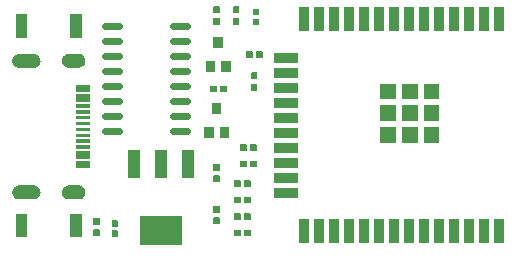
<source format=gtp>
G04 Layer: TopPasteMaskLayer*
G04 EasyEDA v6.5.3, 2022-05-09 22:00:40*
G04 d9374f8db1c04431a46586793fd7dc8a,036ae6e9a2b24cebb23d0048bde98d7c,10*
G04 Gerber Generator version 0.2*
G04 Scale: 100 percent, Rotated: No, Reflected: No *
G04 Dimensions in millimeters *
G04 leading zeros omitted , absolute positions ,4 integer and 5 decimal *
%FSLAX45Y45*%
%MOMM*%

%ADD12C,0.5600*%
%ADD20R,0.9800X2.4700*%
%ADD22R,0.9500X2.1000*%
%ADD23R,2.1000X0.9500*%

%LPD*%
G36*
X4498695Y4345178D02*
G01*
X4493717Y4340199D01*
X4493717Y4292193D01*
X4498695Y4285183D01*
X4543704Y4285183D01*
X4548682Y4292193D01*
X4548682Y4340199D01*
X4543704Y4345178D01*
G37*
G36*
X4498695Y4249216D02*
G01*
X4493717Y4242206D01*
X4493717Y4194200D01*
X4498695Y4189222D01*
X4543704Y4189222D01*
X4548682Y4194200D01*
X4548682Y4242206D01*
X4543704Y4249216D01*
G37*
G36*
X4816195Y5475478D02*
G01*
X4811217Y5470499D01*
X4811217Y5422493D01*
X4816195Y5415483D01*
X4861204Y5415483D01*
X4866182Y5422493D01*
X4866182Y5470499D01*
X4861204Y5475478D01*
G37*
G36*
X4816195Y5379516D02*
G01*
X4811217Y5372506D01*
X4811217Y5324500D01*
X4816195Y5319522D01*
X4861204Y5319522D01*
X4866182Y5324500D01*
X4866182Y5372506D01*
X4861204Y5379516D01*
G37*
G36*
X4663795Y5938316D02*
G01*
X4658817Y5931306D01*
X4658817Y5883300D01*
X4663795Y5878322D01*
X4708804Y5878322D01*
X4713782Y5883300D01*
X4713782Y5931306D01*
X4708804Y5938316D01*
G37*
G36*
X4663795Y6034278D02*
G01*
X4658817Y6029299D01*
X4658817Y5981293D01*
X4663795Y5974283D01*
X4708804Y5974283D01*
X4713782Y5981293D01*
X4713782Y6029299D01*
X4708804Y6034278D01*
G37*
G36*
X4498695Y6034278D02*
G01*
X4493717Y6029299D01*
X4493717Y5981293D01*
X4498695Y5974283D01*
X4543704Y5974283D01*
X4548682Y5981293D01*
X4548682Y6029299D01*
X4543704Y6034278D01*
G37*
G36*
X4498695Y5938316D02*
G01*
X4493717Y5931306D01*
X4493717Y5883300D01*
X4498695Y5878322D01*
X4543704Y5878322D01*
X4548682Y5883300D01*
X4548682Y5931306D01*
X4543704Y5938316D01*
G37*
G36*
X3482695Y4147616D02*
G01*
X3477717Y4140606D01*
X3477717Y4092600D01*
X3482695Y4087622D01*
X3527704Y4087622D01*
X3532682Y4092600D01*
X3532682Y4140606D01*
X3527704Y4147616D01*
G37*
G36*
X3482695Y4243578D02*
G01*
X3477717Y4238599D01*
X3477717Y4190593D01*
X3482695Y4183583D01*
X3527704Y4183583D01*
X3532682Y4190593D01*
X3532682Y4238599D01*
X3527704Y4243578D01*
G37*
G36*
X4498695Y4700778D02*
G01*
X4493717Y4695799D01*
X4493717Y4647793D01*
X4498695Y4640783D01*
X4543704Y4640783D01*
X4548682Y4647793D01*
X4548682Y4695799D01*
X4543704Y4700778D01*
G37*
G36*
X4498695Y4604816D02*
G01*
X4493717Y4597806D01*
X4493717Y4549800D01*
X4498695Y4544822D01*
X4543704Y4544822D01*
X4548682Y4549800D01*
X4548682Y4597806D01*
X4543704Y4604816D01*
G37*
G36*
X4828387Y5930087D02*
G01*
X4824374Y5926124D01*
X4824374Y5876036D01*
X4828387Y5872022D01*
X4874412Y5872022D01*
X4878425Y5876036D01*
X4878425Y5926124D01*
X4874412Y5930087D01*
G37*
G36*
X4828387Y6015177D02*
G01*
X4824374Y6011164D01*
X4824374Y5961075D01*
X4828387Y5957112D01*
X4874412Y5957112D01*
X4878425Y5961075D01*
X4878425Y6011164D01*
X4874412Y6015177D01*
G37*
G36*
X4754626Y4141825D02*
G01*
X4750612Y4137812D01*
X4750612Y4091787D01*
X4754626Y4087774D01*
X4804664Y4087774D01*
X4808677Y4091787D01*
X4808677Y4137812D01*
X4804664Y4141825D01*
G37*
G36*
X4669536Y4141825D02*
G01*
X4665522Y4137812D01*
X4665522Y4091787D01*
X4669536Y4087774D01*
X4719574Y4087774D01*
X4723587Y4091787D01*
X4723587Y4137812D01*
X4719574Y4141825D01*
G37*
G36*
X3634587Y4224477D02*
G01*
X3630574Y4220464D01*
X3630574Y4170375D01*
X3634587Y4166412D01*
X3680612Y4166412D01*
X3684625Y4170375D01*
X3684625Y4220464D01*
X3680612Y4224477D01*
G37*
G36*
X3634587Y4139387D02*
G01*
X3630574Y4135424D01*
X3630574Y4085336D01*
X3634587Y4081322D01*
X3680612Y4081322D01*
X3684625Y4085336D01*
X3684625Y4135424D01*
X3680612Y4139387D01*
G37*
G36*
X4669536Y4560925D02*
G01*
X4665522Y4556912D01*
X4665522Y4510887D01*
X4669536Y4506874D01*
X4719574Y4506874D01*
X4723587Y4510887D01*
X4723587Y4556912D01*
X4719574Y4560925D01*
G37*
G36*
X4754626Y4560925D02*
G01*
X4750612Y4556912D01*
X4750612Y4510887D01*
X4754626Y4506874D01*
X4804664Y4506874D01*
X4808677Y4510887D01*
X4808677Y4556912D01*
X4804664Y4560925D01*
G37*
G36*
X4805426Y4726025D02*
G01*
X4801412Y4722012D01*
X4801412Y4675987D01*
X4805426Y4671974D01*
X4855464Y4671974D01*
X4859477Y4675987D01*
X4859477Y4722012D01*
X4855464Y4726025D01*
G37*
G36*
X4720336Y4726025D02*
G01*
X4716322Y4722012D01*
X4716322Y4675987D01*
X4720336Y4671974D01*
X4770374Y4671974D01*
X4774387Y4675987D01*
X4774387Y4722012D01*
X4770374Y4726025D01*
G37*
G36*
X4669536Y4281525D02*
G01*
X4665522Y4277512D01*
X4665522Y4231487D01*
X4669536Y4227474D01*
X4719574Y4227474D01*
X4723587Y4231487D01*
X4723587Y4277512D01*
X4719574Y4281525D01*
G37*
G36*
X4754626Y4281525D02*
G01*
X4750612Y4277512D01*
X4750612Y4231487D01*
X4754626Y4227474D01*
X4804664Y4227474D01*
X4808677Y4231487D01*
X4808677Y4277512D01*
X4804664Y4281525D01*
G37*
G36*
X4856226Y5653125D02*
G01*
X4852212Y5649112D01*
X4852212Y5603087D01*
X4856226Y5599074D01*
X4906264Y5599074D01*
X4910277Y5603087D01*
X4910277Y5649112D01*
X4906264Y5653125D01*
G37*
G36*
X4771136Y5653125D02*
G01*
X4767122Y5649112D01*
X4767122Y5603087D01*
X4771136Y5599074D01*
X4821174Y5599074D01*
X4825187Y5603087D01*
X4825187Y5649112D01*
X4821174Y5653125D01*
G37*
G36*
X4466336Y5361025D02*
G01*
X4462322Y5357012D01*
X4462322Y5310987D01*
X4466336Y5306974D01*
X4516374Y5306974D01*
X4520387Y5310987D01*
X4520387Y5357012D01*
X4516374Y5361025D01*
G37*
G36*
X4551426Y5361025D02*
G01*
X4547412Y5357012D01*
X4547412Y5310987D01*
X4551426Y5306974D01*
X4601464Y5306974D01*
X4605477Y5310987D01*
X4605477Y5357012D01*
X4601464Y5361025D01*
G37*
G36*
X4754626Y4421225D02*
G01*
X4750612Y4417212D01*
X4750612Y4371187D01*
X4754626Y4367174D01*
X4804664Y4367174D01*
X4808677Y4371187D01*
X4808677Y4417212D01*
X4804664Y4421225D01*
G37*
G36*
X4669536Y4421225D02*
G01*
X4665522Y4417212D01*
X4665522Y4371187D01*
X4669536Y4367174D01*
X4719574Y4367174D01*
X4723587Y4371187D01*
X4723587Y4417212D01*
X4719574Y4421225D01*
G37*
G36*
X4805426Y4865725D02*
G01*
X4801412Y4861712D01*
X4801412Y4815687D01*
X4805426Y4811674D01*
X4855464Y4811674D01*
X4859477Y4815687D01*
X4859477Y4861712D01*
X4855464Y4865725D01*
G37*
G36*
X4720336Y4865725D02*
G01*
X4716322Y4861712D01*
X4716322Y4815687D01*
X4720336Y4811674D01*
X4770374Y4811674D01*
X4774387Y4815687D01*
X4774387Y4861712D01*
X4770374Y4865725D01*
G37*
G36*
X2850083Y5633974D02*
G01*
X2843022Y5633466D01*
X2836113Y5632145D01*
X2829356Y5630011D01*
X2826105Y5628690D01*
X2819857Y5625388D01*
X2814015Y5621426D01*
X2808732Y5616803D01*
X2803956Y5611571D01*
X2799892Y5605780D01*
X2796489Y5599582D01*
X2793847Y5593080D01*
X2792018Y5586222D01*
X2791002Y5579262D01*
X2790799Y5572201D01*
X2791409Y5565190D01*
X2792831Y5558282D01*
X2795066Y5551576D01*
X2798114Y5545175D01*
X2801823Y5539232D01*
X2806242Y5533694D01*
X2811322Y5528767D01*
X2816860Y5524449D01*
X2822956Y5520791D01*
X2829356Y5517896D01*
X2836113Y5515813D01*
X2843022Y5514492D01*
X2850083Y5513984D01*
X2970072Y5513984D01*
X2977134Y5514492D01*
X2984042Y5515813D01*
X2990799Y5517896D01*
X2997200Y5520791D01*
X3003296Y5524449D01*
X3008833Y5528767D01*
X3013913Y5533694D01*
X3018332Y5539232D01*
X3022041Y5545175D01*
X3025089Y5551576D01*
X3027324Y5558282D01*
X3028746Y5565190D01*
X3029356Y5572201D01*
X3029153Y5579262D01*
X3028137Y5586222D01*
X3026308Y5593080D01*
X3023666Y5599582D01*
X3020263Y5605780D01*
X3016199Y5611571D01*
X3011424Y5616803D01*
X3006140Y5621426D01*
X3000298Y5625388D01*
X2994050Y5628690D01*
X2987446Y5631180D01*
X2980588Y5632907D01*
X2973628Y5633821D01*
X2970072Y5633974D01*
G37*
G36*
X2850083Y4518964D02*
G01*
X2846527Y4518863D01*
X2839516Y4517948D01*
X2836062Y4517237D01*
X2829306Y4515104D01*
X2826004Y4513783D01*
X2819755Y4510532D01*
X2813862Y4506518D01*
X2808528Y4501896D01*
X2803753Y4496663D01*
X2799638Y4490872D01*
X2796235Y4484674D01*
X2793593Y4478121D01*
X2791764Y4471263D01*
X2791104Y4467809D01*
X2790494Y4460748D01*
X2790698Y4453686D01*
X2791104Y4450130D01*
X2792577Y4443222D01*
X2794812Y4436516D01*
X2797860Y4430115D01*
X2801620Y4424121D01*
X2806090Y4418634D01*
X2811119Y4413656D01*
X2816758Y4409338D01*
X2822803Y4405731D01*
X2829306Y4402836D01*
X2832658Y4401667D01*
X2839516Y4399991D01*
X2846527Y4399127D01*
X2850083Y4398975D01*
X2970072Y4398975D01*
X2977134Y4399432D01*
X2984093Y4400753D01*
X2987497Y4401667D01*
X2994152Y4404207D01*
X3000400Y4407458D01*
X3006293Y4411421D01*
X3011627Y4416044D01*
X3016402Y4421327D01*
X3020517Y4427067D01*
X3023920Y4433265D01*
X3026562Y4439818D01*
X3028391Y4446676D01*
X3029051Y4450130D01*
X3029661Y4457192D01*
X3029458Y4464304D01*
X3029051Y4467809D01*
X3027578Y4474718D01*
X3025343Y4481423D01*
X3022295Y4487824D01*
X3018536Y4493818D01*
X3014065Y4499356D01*
X3009036Y4504283D01*
X3003397Y4508601D01*
X2997352Y4512208D01*
X2994152Y4513783D01*
X2987497Y4516272D01*
X2984093Y4517237D01*
X2977134Y4518507D01*
X2973628Y4518863D01*
G37*
G36*
X3270097Y4518456D02*
G01*
X3262985Y4518050D01*
X3255975Y4516780D01*
X3249168Y4514748D01*
X3242665Y4511852D01*
X3236569Y4508246D01*
X3230880Y4503928D01*
X3225800Y4499000D01*
X3221329Y4493463D01*
X3217519Y4487468D01*
X3214471Y4481017D01*
X3212185Y4474311D01*
X3210712Y4467352D01*
X3210102Y4460240D01*
X3210306Y4453128D01*
X3211372Y4446117D01*
X3212185Y4442663D01*
X3214471Y4435906D01*
X3217519Y4429506D01*
X3221329Y4423511D01*
X3225800Y4417974D01*
X3230880Y4413046D01*
X3233674Y4410760D01*
X3239566Y4406798D01*
X3245866Y4403547D01*
X3252571Y4401108D01*
X3255975Y4400143D01*
X3262985Y4398873D01*
X3270097Y4398467D01*
X3353663Y4398568D01*
X3360724Y4399432D01*
X3367633Y4401108D01*
X3374288Y4403547D01*
X3380587Y4406798D01*
X3386480Y4410760D01*
X3391865Y4415434D01*
X3396691Y4420666D01*
X3400806Y4426458D01*
X3404260Y4432655D01*
X3406952Y4439259D01*
X3408781Y4446117D01*
X3409848Y4453128D01*
X3410051Y4460240D01*
X3409442Y4467352D01*
X3407968Y4474311D01*
X3406952Y4477715D01*
X3404260Y4484268D01*
X3400806Y4490516D01*
X3396691Y4496308D01*
X3391865Y4501540D01*
X3386480Y4506163D01*
X3380587Y4510125D01*
X3374288Y4513376D01*
X3370986Y4514748D01*
X3364179Y4516780D01*
X3360724Y4517542D01*
X3353663Y4518355D01*
G37*
G36*
X3270097Y5634482D02*
G01*
X3262985Y5634075D01*
X3256026Y5632805D01*
X3249218Y5630722D01*
X3242716Y5627878D01*
X3236569Y5624220D01*
X3233674Y5622188D01*
X3228289Y5617514D01*
X3223514Y5612282D01*
X3219348Y5606491D01*
X3215944Y5600293D01*
X3214471Y5597042D01*
X3212236Y5590286D01*
X3211372Y5586831D01*
X3210356Y5579821D01*
X3210102Y5572709D01*
X3210763Y5565597D01*
X3211372Y5562092D01*
X3213252Y5555234D01*
X3214471Y5551932D01*
X3217570Y5545531D01*
X3221329Y5539486D01*
X3225850Y5533999D01*
X3228289Y5531408D01*
X3233674Y5526786D01*
X3239566Y5522823D01*
X3245916Y5519572D01*
X3252571Y5517083D01*
X3259480Y5515406D01*
X3266541Y5514594D01*
X3350107Y5514492D01*
X3357168Y5514898D01*
X3360724Y5515406D01*
X3367633Y5517083D01*
X3374288Y5519572D01*
X3380587Y5522823D01*
X3383635Y5524703D01*
X3389274Y5529021D01*
X3394354Y5533999D01*
X3398824Y5539486D01*
X3402634Y5545531D01*
X3405682Y5551932D01*
X3406952Y5555234D01*
X3408832Y5562092D01*
X3409848Y5569153D01*
X3410051Y5576265D01*
X3409442Y5583326D01*
X3408832Y5586831D01*
X3406952Y5593689D01*
X3404260Y5600293D01*
X3400806Y5606491D01*
X3396691Y5612282D01*
X3391865Y5617514D01*
X3386480Y5622188D01*
X3380587Y5626150D01*
X3374288Y5629402D01*
X3367633Y5631840D01*
X3360724Y5633516D01*
X3353663Y5634380D01*
G37*
G36*
X3331565Y5206441D02*
G01*
X3331565Y5176469D01*
X3446576Y5176469D01*
X3446576Y5206441D01*
G37*
G36*
X3331565Y5156454D02*
G01*
X3331565Y5126482D01*
X3446576Y5126482D01*
X3446576Y5156454D01*
G37*
G36*
X3331413Y5106466D02*
G01*
X3331413Y5076494D01*
X3446424Y5076494D01*
X3446424Y5106466D01*
G37*
G36*
X3331565Y5056479D02*
G01*
X3331565Y5026456D01*
X3446576Y5026456D01*
X3446576Y5056479D01*
G37*
G36*
X3331413Y5006441D02*
G01*
X3331413Y4976469D01*
X3446424Y4976469D01*
X3446424Y5006441D01*
G37*
G36*
X3331565Y4956454D02*
G01*
X3331565Y4926482D01*
X3446576Y4926482D01*
X3446576Y4956454D01*
G37*
G36*
X3331565Y4906467D02*
G01*
X3331565Y4876495D01*
X3446576Y4876495D01*
X3446576Y4906467D01*
G37*
G36*
X3331565Y4856480D02*
G01*
X3331565Y4826457D01*
X3446576Y4826457D01*
X3446576Y4856480D01*
G37*
G36*
X3331565Y4805476D02*
G01*
X3331565Y4745482D01*
X3446576Y4745482D01*
X3446576Y4805476D01*
G37*
G36*
X3331565Y4725466D02*
G01*
X3331565Y4665472D01*
X3446576Y4665472D01*
X3446576Y4725466D01*
G37*
G36*
X3331565Y5287467D02*
G01*
X3331565Y5227472D01*
X3446576Y5227472D01*
X3446576Y5287467D01*
G37*
G36*
X3331565Y5367477D02*
G01*
X3331565Y5307482D01*
X3446576Y5307482D01*
X3446576Y5367477D01*
G37*
D12*
X3696301Y5867400D02*
G01*
X3577800Y5867400D01*
X3696301Y5740400D02*
G01*
X3577800Y5740400D01*
X3696301Y5613400D02*
G01*
X3577800Y5613400D01*
X3696301Y5486400D02*
G01*
X3577800Y5486400D01*
X3696301Y5359400D02*
G01*
X3577800Y5359400D01*
X3696301Y5232400D02*
G01*
X3577800Y5232400D01*
X3696301Y5105400D02*
G01*
X3577800Y5105400D01*
X3696301Y4978400D02*
G01*
X3577800Y4978400D01*
X4270799Y5867400D02*
G01*
X4152298Y5867400D01*
X4270799Y5740400D02*
G01*
X4152298Y5740400D01*
X4270799Y5613400D02*
G01*
X4152298Y5613400D01*
X4270799Y5486400D02*
G01*
X4152298Y5486400D01*
X4270799Y5359400D02*
G01*
X4152298Y5359400D01*
X4270799Y5232400D02*
G01*
X4152298Y5232400D01*
X4270799Y5105400D02*
G01*
X4152298Y5105400D01*
X4270799Y4978400D02*
G01*
X4152298Y4978400D01*
G36*
X4481200Y5218899D02*
G01*
X4561199Y5218899D01*
X4561199Y5118900D01*
X4481200Y5118900D01*
G37*
G36*
X4547240Y5015699D02*
G01*
X4627239Y5015699D01*
X4627239Y4915700D01*
X4547240Y4915700D01*
G37*
G36*
X4415160Y5015699D02*
G01*
X4495159Y5015699D01*
X4495159Y4915700D01*
X4415160Y4915700D01*
G37*
G36*
X4493900Y5777699D02*
G01*
X4573899Y5777699D01*
X4573899Y5677700D01*
X4493900Y5677700D01*
G37*
G36*
X4559940Y5574499D02*
G01*
X4639939Y5574499D01*
X4639939Y5474500D01*
X4559940Y5474500D01*
G37*
G36*
X4427860Y5574499D02*
G01*
X4507859Y5574499D01*
X4507859Y5474500D01*
X4427860Y5474500D01*
G37*
G36*
X2818803Y4278299D02*
G01*
X2918802Y4278299D01*
X2918802Y4078300D01*
X2818803Y4078300D01*
G37*
G36*
X3278802Y4278299D02*
G01*
X3378801Y4278299D01*
X3378801Y4078300D01*
X3278802Y4078300D01*
G37*
G36*
X2818803Y5967399D02*
G01*
X2918802Y5967399D01*
X2918802Y5767400D01*
X2818803Y5767400D01*
G37*
G36*
X3278802Y5967399D02*
G01*
X3378801Y5967399D01*
X3378801Y5767400D01*
X3278802Y5767400D01*
G37*
D20*
G01*
X4281297Y4703089D03*
G01*
X4051300Y4703089D03*
G01*
X3821302Y4703089D03*
G36*
X3871300Y4259600D02*
G01*
X4231299Y4259600D01*
X4231299Y4012600D01*
X3871300Y4012600D01*
G37*
D22*
G01*
X6907352Y5929198D03*
G01*
X6780352Y5929198D03*
G01*
X6653352Y5929198D03*
G01*
X6526352Y5929198D03*
G01*
X6399352Y5929198D03*
G01*
X6272352Y5929198D03*
G01*
X6145352Y5929198D03*
G01*
X6018352Y5929198D03*
G01*
X5891352Y5929198D03*
G01*
X5764352Y5929198D03*
G01*
X5637352Y5929198D03*
G01*
X5510352Y5929198D03*
G01*
X5383352Y5929198D03*
G01*
X5256352Y5929198D03*
D23*
G01*
X5106847Y5600674D03*
G01*
X5106847Y5473674D03*
G01*
X5106847Y5346674D03*
G01*
X5106847Y5219674D03*
G01*
X5106847Y5092674D03*
G01*
X5106847Y4965674D03*
G01*
X5106847Y4838674D03*
G01*
X5106847Y4711674D03*
G01*
X5106847Y4584674D03*
G01*
X5106847Y4457674D03*
D22*
G01*
X5256352Y4129201D03*
G01*
X5383352Y4129201D03*
G01*
X5510352Y4129201D03*
G01*
X5637352Y4129201D03*
G01*
X5764352Y4129201D03*
G01*
X5891352Y4129201D03*
G01*
X6018352Y4129201D03*
G01*
X6145352Y4129201D03*
G01*
X6272352Y4129201D03*
G01*
X6399352Y4129201D03*
G01*
X6526352Y4129201D03*
G01*
X6653352Y4129201D03*
G01*
X6780352Y4129201D03*
G01*
X6907352Y4129201D03*
G36*
X6090810Y5195704D02*
G01*
X6223812Y5195704D01*
X6223812Y5062705D01*
X6090810Y5062705D01*
G37*
G36*
X6090848Y5379191D02*
G01*
X6223850Y5379191D01*
X6223850Y5246192D01*
X6090848Y5246192D01*
G37*
G36*
X6090848Y5012192D02*
G01*
X6223850Y5012192D01*
X6223850Y4879192D01*
X6090848Y4879192D01*
G37*
G36*
X6274348Y5012192D02*
G01*
X6407350Y5012192D01*
X6407350Y4879192D01*
X6274348Y4879192D01*
G37*
G36*
X6274348Y5195691D02*
G01*
X6407350Y5195691D01*
X6407350Y5062692D01*
X6274348Y5062692D01*
G37*
G36*
X6274348Y5379191D02*
G01*
X6407350Y5379191D01*
X6407350Y5246192D01*
X6274348Y5246192D01*
G37*
G36*
X5907349Y5379191D02*
G01*
X6040351Y5379191D01*
X6040351Y5246192D01*
X5907349Y5246192D01*
G37*
G36*
X5907349Y5195691D02*
G01*
X6040351Y5195691D01*
X6040351Y5062692D01*
X5907349Y5062692D01*
G37*
G36*
X5907349Y5012194D02*
G01*
X6040351Y5012194D01*
X6040351Y4879195D01*
X5907349Y4879195D01*
G37*
M02*

</source>
